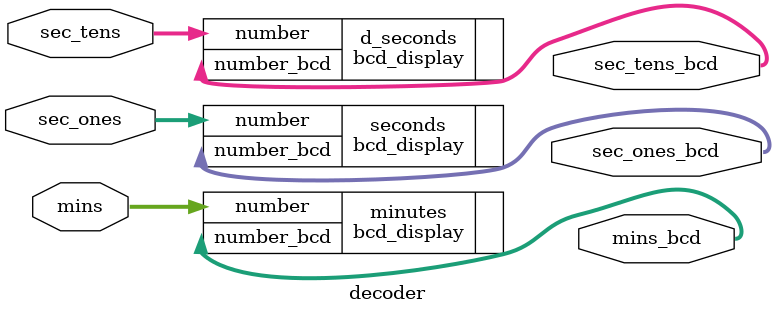
<source format=v>
`include "./decoder/decoder_component.v"


module decoder(

    input wire [3:0] sec_ones,
    input wire [3:0] sec_tens,
    input wire [3:0] mins,

    output wire [6:0] sec_ones_bcd,
    output wire [6:0] sec_tens_bcd,
    output wire [6:0] mins_bcd

);

    bcd_display seconds(.number(sec_ones), .number_bcd(sec_ones_bcd));
    bcd_display d_seconds(.number(sec_tens), .number_bcd(sec_tens_bcd));
    bcd_display minutes(.number(mins), .number_bcd(mins_bcd));

endmodule
</source>
